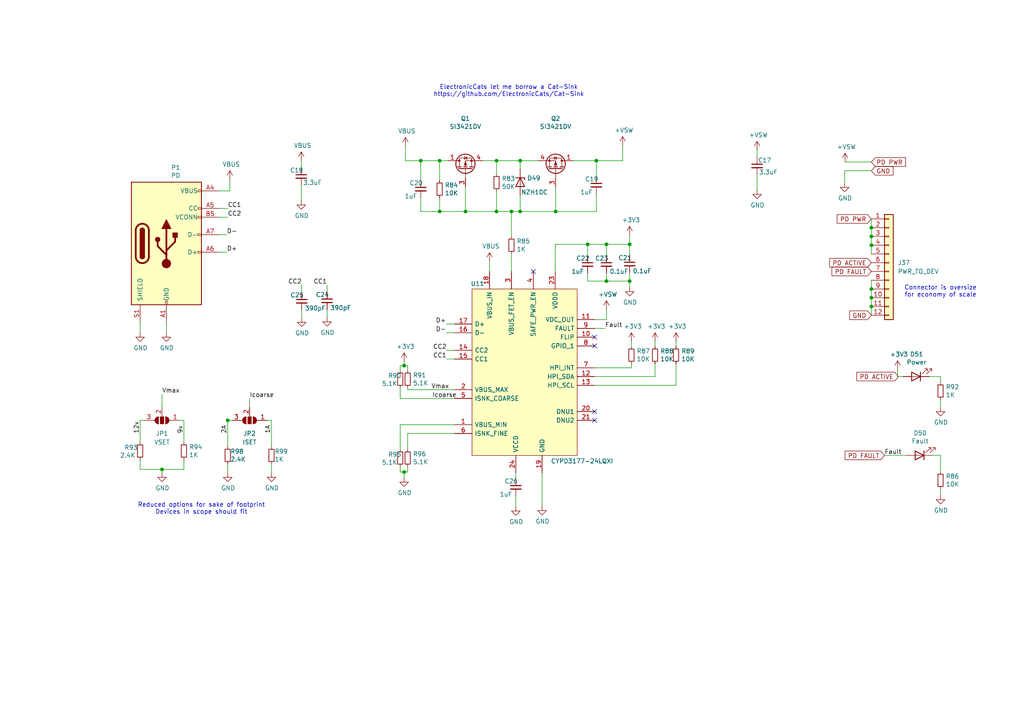
<source format=kicad_sch>
(kicad_sch (version 20231120) (generator "eeschema") (generator_version "8.0")
  (paper "A4")
  (title_block (title "Audio Thing Template") (rev "1.0") (company "velvia-fifty") (comment 1 "https://github.com/velvia-fifty/AudioThings") (comment 2 "You should have changed this already :)") (comment 4 "Stay humble"))
  (lib_symbols
    (symbol "CatSink-rescue:USB_C_Plug_USB2.0-Connector" (pin_names (offset 1.016))
      (property "Reference" "P" (at -10.16 19.05 0))
      (property "Value" "USB_C_Plug_USB2.0-Connector" (at 12.7 19.05 0))
      (symbol "USB_C_Plug_USB2.0-Connector_0_0"
        (rectangle (start -0.254 -17.78) (end 0.254 -16.764))
        (rectangle (start 10.16 -2.286) (end 9.144 -2.794))
        (rectangle (start 10.16 2.794) (end 9.144 2.286))
        (rectangle (start 10.16 7.874) (end 9.144 7.366))
        (rectangle (start 10.16 10.414) (end 9.144 9.906))
        (rectangle (start 10.16 15.494) (end 9.144 14.986))
      )
      (symbol "USB_C_Plug_USB2.0-Connector_0_1"
        (rectangle (start -10.16 17.78) (end 10.16 -17.78) (stroke (width 0.254)) (fill (type background)))
        (arc (start -8.89 -3.81) (mid -6.985 -5.7066) (end -5.08 -3.81) (stroke (width 0.508)))
        (arc (start -7.62 -3.81) (mid -6.985 -4.4422) (end -6.35 -3.81) (stroke (width 0.254)))
        (arc (start -7.62 -3.81) (mid -6.985 -4.4422) (end -6.35 -3.81) (stroke (width 0.254)) (fill (type outline)))
        (rectangle (start -7.62 -3.81) (end -6.35 3.81) (stroke (width 0.254)) (fill (type outline)))
        (arc (start -6.35 3.81) (mid -6.985 4.4422) (end -7.62 3.81) (stroke (width 0.254)))
        (arc (start -6.35 3.81) (mid -6.985 4.4422) (end -7.62 3.81) (stroke (width 0.254)) (fill (type outline)))
        (arc (start -5.08 3.81) (mid -6.985 5.7066) (end -8.89 3.81) (stroke (width 0.508)))
        (circle (center -2.54 1.143) (radius 0.635) (stroke (width 0.254)) (fill (type outline)))
        (circle (center 0 -5.842) (radius 1.27) (fill (type outline)))
        (polyline (pts (xy -8.89 -3.81) (xy -8.89 3.81)) (stroke (width 0.508)))
        (polyline (pts (xy -5.08 3.81) (xy -5.08 -3.81)) (stroke (width 0.508)))
        (polyline (pts (xy 0 -5.842) (xy 0 4.318)) (stroke (width 0.508)))
        (polyline (pts (xy 0 -3.302) (xy -2.54 -0.762) (xy -2.54 0.508)) (stroke (width 0.508)))
        (polyline (pts (xy 0 -2.032) (xy 2.54 0.508) (xy 2.54 1.778)) (stroke (width 0.508)))
        (polyline (pts (xy -1.27 4.318) (xy 0 6.858) (xy 1.27 4.318) (xy -1.27 4.318)) (stroke (width 0.254)) (fill (type outline)))
        (rectangle (start 1.905 1.778) (end 3.175 3.048) (stroke (width 0.254)) (fill (type outline)))
      )
      (symbol "USB_C_Plug_USB2.0-Connector_1_1"
        (pin power_in line (at 0 -22.86 90) (length 5.08) (name "GND") (number "A1"))
        (pin passive line (at 0 -22.86 90) (length 5.08) hide (name "GND") (number "A12"))
        (pin power_in line (at 15.24 15.24 180) (length 5.08) (name "VBUS") (number "A4"))
        (pin bidirectional line (at 15.24 10.16 180) (length 5.08) (name "CC") (number "A5"))
        (pin bidirectional line (at 15.24 -2.54 180) (length 5.08) (name "D+") (number "A6"))
        (pin bidirectional line (at 15.24 2.54 180) (length 5.08) (name "D-") (number "A7"))
        (pin passive line (at 15.24 15.24 180) (length 5.08) hide (name "VBUS") (number "A9"))
        (pin passive line (at 0 -22.86 90) (length 5.08) hide (name "GND") (number "B1"))
        (pin passive line (at 0 -22.86 90) (length 5.08) hide (name "GND") (number "B12"))
        (pin passive line (at 15.24 15.24 180) (length 5.08) hide (name "VBUS") (number "B4"))
        (pin bidirectional line (at 15.24 7.62 180) (length 5.08) (name "VCONN") (number "B5"))
        (pin passive line (at 15.24 15.24 180) (length 5.08) hide (name "VBUS") (number "B9"))
        (pin passive line (at -7.62 -22.86 90) (length 5.08) (name "SHIELD") (number "S1"))
      )
    )
    (symbol "Connector_Generic:Conn_01x12" (pin_names (offset 1.016) hide)
      (property "Reference" "J" (at 0 15.24 0))
      (property "Value" "Conn_01x12" (at 0 -17.78 0))
      (symbol "Conn_01x12_1_1"
        (rectangle (start -1.27 -15.113) (end 0 -15.367) (stroke (width 0.1524)))
        (rectangle (start -1.27 -12.573) (end 0 -12.827) (stroke (width 0.1524)))
        (rectangle (start -1.27 -10.033) (end 0 -10.287) (stroke (width 0.1524)))
        (rectangle (start -1.27 -7.493) (end 0 -7.747) (stroke (width 0.1524)))
        (rectangle (start -1.27 -4.953) (end 0 -5.207) (stroke (width 0.1524)))
        (rectangle (start -1.27 -2.413) (end 0 -2.667) (stroke (width 0.1524)))
        (rectangle (start -1.27 0.127) (end 0 -0.127) (stroke (width 0.1524)))
        (rectangle (start -1.27 2.667) (end 0 2.413) (stroke (width 0.1524)))
        (rectangle (start -1.27 5.207) (end 0 4.953) (stroke (width 0.1524)))
        (rectangle (start -1.27 7.747) (end 0 7.493) (stroke (width 0.1524)))
        (rectangle (start -1.27 10.287) (end 0 10.033) (stroke (width 0.1524)))
        (rectangle (start -1.27 12.827) (end 0 12.573) (stroke (width 0.1524)))
        (rectangle (start -1.27 13.97) (end 1.27 -16.51) (stroke (width 0.254)) (fill (type background)))
        (pin passive line (at -5.08 12.7 0) (length 3.81) (name "Pin_1") (number "1"))
        (pin passive line (at -5.08 -10.16 0) (length 3.81) (name "Pin_10") (number "10"))
        (pin passive line (at -5.08 -12.7 0) (length 3.81) (name "Pin_11") (number "11"))
        (pin passive line (at -5.08 -15.24 0) (length 3.81) (name "Pin_12") (number "12"))
        (pin passive line (at -5.08 10.16 0) (length 3.81) (name "Pin_2") (number "2"))
        (pin passive line (at -5.08 7.62 0) (length 3.81) (name "Pin_3") (number "3"))
        (pin passive line (at -5.08 5.08 0) (length 3.81) (name "Pin_4") (number "4"))
        (pin passive line (at -5.08 2.54 0) (length 3.81) (name "Pin_5") (number "5"))
        (pin passive line (at -5.08 0 0) (length 3.81) (name "Pin_6") (number "6"))
        (pin passive line (at -5.08 -2.54 0) (length 3.81) (name "Pin_7") (number "7"))
        (pin passive line (at -5.08 -5.08 0) (length 3.81) (name "Pin_8") (number "8"))
        (pin passive line (at -5.08 -7.62 0) (length 3.81) (name "Pin_9") (number "9"))
      )
    )
    (symbol "Device:C_Small" (pin_numbers hide) (pin_names (offset 0.254) hide)
      (property "Reference" "C" (at 0.254 1.778 0))
      (property "Value" "C_Small" (at 0.254 -2.032 0))
      (symbol "C_Small_0_1"
        (polyline (pts (xy -1.524 -0.508) (xy 1.524 -0.508)) (stroke (width 0.3302)))
        (polyline (pts (xy -1.524 0.508) (xy 1.524 0.508)) (stroke (width 0.3048)))
      )
      (symbol "C_Small_1_1"
        (pin passive line (at 0 2.54 270) (length 2.032) (name "~") (number "1"))
        (pin passive line (at 0 -2.54 90) (length 2.032) (name "~") (number "2"))
      )
    )
    (symbol "Device:D_Zener" (pin_numbers hide) (pin_names (offset 1.016) hide)
      (property "Reference" "D" (at 0 2.54 0))
      (property "Value" "D_Zener" (at 0 -2.54 0))
      (symbol "D_Zener_0_1"
        (polyline (pts (xy 1.27 0) (xy -1.27 0)))
        (polyline (pts (xy -1.27 -1.27) (xy -1.27 1.27) (xy -0.762 1.27)) (stroke (width 0.254)))
        (polyline (pts (xy 1.27 -1.27) (xy 1.27 1.27) (xy -1.27 0) (xy 1.27 -1.27)) (stroke (width 0.254)))
      )
      (symbol "D_Zener_1_1"
        (pin passive line (at -3.81 0 0) (length 2.54) (name "K") (number "1"))
        (pin passive line (at 3.81 0 180) (length 2.54) (name "A") (number "2"))
      )
    )
    (symbol "Device:LED" (pin_numbers hide) (pin_names (offset 1.016) hide)
      (property "Reference" "D" (at 0 2.54 0))
      (property "Value" "LED" (at 0 -2.54 0))
      (symbol "LED_0_1"
        (polyline (pts (xy -1.27 -1.27) (xy -1.27 1.27)) (stroke (width 0.254)))
        (polyline (pts (xy -1.27 0) (xy 1.27 0)))
        (polyline (pts (xy 1.27 -1.27) (xy 1.27 1.27) (xy -1.27 0) (xy 1.27 -1.27)) (stroke (width 0.254)))
        (polyline (pts (xy -3.048 -0.762) (xy -4.572 -2.286) (xy -3.81 -2.286) (xy -4.572 -2.286) (xy -4.572 -1.524)))
        (polyline (pts (xy -1.778 -0.762) (xy -3.302 -2.286) (xy -2.54 -2.286) (xy -3.302 -2.286) (xy -3.302 -1.524)))
      )
      (symbol "LED_1_1"
        (pin passive line (at -3.81 0 0) (length 2.54) (name "K") (number "1"))
        (pin passive line (at 3.81 0 180) (length 2.54) (name "A") (number "2"))
      )
    )
    (symbol "Device:R_Small" (pin_numbers hide) (pin_names (offset 0.254) hide)
      (property "Reference" "R" (at 0.762 0.508 0))
      (property "Value" "R_Small" (at 0.762 -1.016 0))
      (symbol "R_Small_0_1"
        (rectangle (start -0.762 1.778) (end 0.762 -1.778) (stroke (width 0.2032)))
      )
      (symbol "R_Small_1_1"
        (pin passive line (at 0 2.54 270) (length 0.762) (name "~") (number "1"))
        (pin passive line (at 0 -2.54 90) (length 0.762) (name "~") (number "2"))
      )
    )
    (symbol "Jumper:SolderJumper_3_Open" (pin_names (offset 0) hide) (exclude_from_sim yes) (in_bom no)
      (property "Reference" "JP" (at -2.54 -2.54 0))
      (property "Value" "SolderJumper_3_Open" (at 0 2.794 0))
      (symbol "SolderJumper_3_Open_0_1"
        (arc (start -1.016 1.016) (mid -2.0276 0) (end -1.016 -1.016))
        (arc (start -1.016 1.016) (mid -2.0276 0) (end -1.016 -1.016) (fill (type outline)))
        (rectangle (start -0.508 1.016) (end 0.508 -1.016) (fill (type outline)))
        (polyline (pts (xy -2.54 0) (xy -2.032 0)))
        (polyline (pts (xy -1.016 1.016) (xy -1.016 -1.016)))
        (polyline (pts (xy 0 -1.27) (xy 0 -1.016)))
        (polyline (pts (xy 1.016 1.016) (xy 1.016 -1.016)))
        (polyline (pts (xy 2.54 0) (xy 2.032 0)))
        (arc (start 1.016 -1.016) (mid 2.0276 0) (end 1.016 1.016))
        (arc (start 1.016 -1.016) (mid 2.0276 0) (end 1.016 1.016) (fill (type outline)))
      )
      (symbol "SolderJumper_3_Open_1_1"
        (pin passive line (at -5.08 0 0) (length 2.54) (name "A") (number "1"))
        (pin passive line (at 0 -3.81 90) (length 2.54) (name "C") (number "2"))
        (pin passive line (at 5.08 0 180) (length 2.54) (name "B") (number "3"))
      )
    )
    (symbol "catSink:CYPD3177-24LQXI" (pin_names (offset 0.762))
      (property "Reference" "U" (at 36.83 17.78 0))
      (property "Value" "CYPD3177-24LQXI" (at 36.83 15.24 0))
      (symbol "CYPD3177-24LQXI_0_0"
        (pin passive line (at 0 -26.67 0) (length 5.08) (name "VBUS_MIN") (number "1"))
        (pin passive line (at 40.64 -1.27 180) (length 5.08) (name "FLIP") (number "10"))
        (pin passive line (at 40.64 3.81 180) (length 5.08) (name "VDC_OUT") (number "11"))
        (pin passive line (at 40.64 -12.7 180) (length 5.08) (name "HPI_SDA") (number "12"))
        (pin passive line (at 40.64 -15.24 180) (length 5.08) (name "HPI_SCL") (number "13"))
        (pin passive line (at 0 -5.08 0) (length 5.08) (name "CC2") (number "14"))
        (pin passive line (at 0 -7.62 0) (length 5.08) (name "CC1") (number "15"))
        (pin passive line (at 0 0 0) (length 5.08) (name "D-") (number "16"))
        (pin passive line (at 0 2.54 0) (length 5.08) (name "D+") (number "17"))
        (pin passive line (at 10.16 17.78 270) (length 5.08) (name "VBUS_IN") (number "18"))
        (pin passive line (at 25.4 -40.64 90) (length 5.08) (name "GND") (number "19"))
        (pin passive line (at 0 -16.51 0) (length 5.08) (name "VBUS_MAX") (number "2"))
        (pin passive line (at 40.64 -22.86 180) (length 5.08) (name "DNU1") (number "20"))
        (pin passive line (at 40.64 -25.4 180) (length 5.08) (name "DNU2") (number "21"))
        (pin passive line (at 25.4 -40.64 90) (length 5.08) hide (name "GND_2") (number "22"))
        (pin passive line (at 29.21 17.78 270) (length 5.08) (name "VDDD") (number "23"))
        (pin passive line (at 17.78 -40.64 90) (length 5.08) (name "VCCD") (number "24"))
        (pin passive line (at 25.4 -40.64 90) (length 5.08) hide (name "EP") (number "25"))
        (pin passive line (at 16.51 17.78 270) (length 5.08) (name "VBUS_FET_EN") (number "3"))
        (pin passive line (at 22.86 17.78 270) (length 5.08) (name "SAFE_PWR_EN") (number "4"))
        (pin passive line (at 0 -19.05 0) (length 5.08) (name "ISNK_COARSE") (number "5"))
        (pin passive line (at 0 -29.21 0) (length 5.08) (name "ISNK_FINE") (number "6"))
        (pin passive line (at 40.64 -10.16 180) (length 5.08) (name "HPI_INT") (number "7"))
        (pin passive line (at 40.64 -3.81 180) (length 5.08) (name "GPIO_1") (number "8"))
        (pin passive line (at 40.64 1.27 180) (length 5.08) (name "FAULT") (number "9"))
      )
      (symbol "CYPD3177-24LQXI_0_1"
        (rectangle (start 5.08 12.7) (end 35.56 -35.56) (stroke (width 0.1524)) (fill (type background)))
      )
    )
    (symbol "catSink:SI3421DV" (pin_names (offset 0) hide)
      (property "Reference" "Q" (at 2.54 7.62 0))
      (property "Value" "SI3421DV" (at 1.27 2.54 0))
      (symbol "SI3421DV_0_1"
        (circle (center -1.778 0) (radius 0.254) (fill (type outline)))
        (circle (center 0 -0.889) (radius 2.794) (stroke (width 0.254)))
        (polyline (pts (xy -2.54 0) (xy -1.778 0)))
        (polyline (pts (xy -2.286 -1.778) (xy -1.27 -1.778)) (stroke (width 0.254)))
        (polyline (pts (xy -1.905 -2.286) (xy 1.905 -2.286)) (stroke (width 0.254)))
        (polyline (pts (xy -0.508 -1.778) (xy 0.508 -1.778)) (stroke (width 0.254)))
        (polyline (pts (xy 0 -2.286) (xy 0 -5.08)))
        (polyline (pts (xy 1.27 -1.778) (xy 2.286 -1.778)) (stroke (width 0.254)))
        (polyline (pts (xy 2.54 0) (xy 0 0) (xy 0 -1.778)))
        (polyline (pts (xy -1.778 -1.778) (xy -1.778 0.762) (xy 1.778 0.762) (xy 1.778 -1.778)))
        (polyline (pts (xy 0 -0.254) (xy -0.381 -1.27) (xy 0.381 -1.27) (xy 0 -0.254)) (fill (type outline)))
        (polyline (pts (xy 0.381 0.762) (xy -0.254 0.381) (xy -0.254 1.143) (xy 0.381 0.762)))
        (polyline (pts (xy 0.508 0.254) (xy 0.381 0.381) (xy 0.381 1.143) (xy 0.254 1.27)))
        (circle (center 1.778 0) (radius 0.254) (fill (type outline)))
      )
      (symbol "SI3421DV_1_1"
        (pin passive line (at -5.08 0 0) (length 2.54) (name "D") (number "1"))
        (pin passive line (at -5.08 0 0) (length 2.54) hide (name "D1") (number "2"))
        (pin input line (at 0 -7.62 90) (length 2.54) (name "G") (number "3"))
        (pin passive line (at 5.08 0 180) (length 2.54) (name "S") (number "4"))
        (pin passive line (at -5.08 0 0) (length 2.54) hide (name "D2") (number "5"))
        (pin passive line (at -5.08 0 0) (length 2.54) hide (name "D3") (number "6"))
      )
    )
    (symbol "power:+3.3V" (power) (pin_names (offset 0))
      (property "Value" "+3.3V" (at 0 3.556 0))
      (symbol "+3.3V_0_1"
        (polyline (pts (xy -0.762 1.27) (xy 0 2.54)))
        (polyline (pts (xy 0 0) (xy 0 2.54)))
        (polyline (pts (xy 0 2.54) (xy 0.762 1.27)))
      )
      (symbol "+3.3V_1_1"
        (pin power_in line (at 0 0 90) (length 0) hide (name "+3V3") (number "1"))
      )
    )
    (symbol "power:+VSW" (power) (pin_names (offset 0))
      (property "Value" "+VSW" (at 0 3.556 0))
      (symbol "+VSW_0_1"
        (polyline (pts (xy -0.762 1.27) (xy 0 2.54)))
        (polyline (pts (xy 0 0) (xy 0 2.54)))
        (polyline (pts (xy 0 2.54) (xy 0.762 1.27)))
      )
      (symbol "+VSW_1_1"
        (pin power_in line (at 0 0 90) (length 0) hide (name "+VSW") (number "1"))
      )
    )
    (symbol "power:GND" (power) (pin_names (offset 0))
      (property "Value" "GND" (at 0 -3.81 0))
      (symbol "GND_0_1"
        (polyline (pts (xy 0 0) (xy 0 -1.27) (xy 1.27 -1.27) (xy 0 -2.54) (xy -1.27 -1.27) (xy 0 -1.27)))
      )
      (symbol "GND_1_1"
        (pin power_in line (at 0 0 270) (length 0) hide (name "GND") (number "1"))
      )
    )
    (symbol "power:VBUS" (power) (pin_names (offset 0))
      (property "Value" "VBUS" (at 0 3.81 0))
      (symbol "VBUS_0_1"
        (polyline (pts (xy -0.762 1.27) (xy 0 2.54)))
        (polyline (pts (xy 0 0) (xy 0 2.54)))
        (polyline (pts (xy 0 2.54) (xy 0.762 1.27)))
      )
      (symbol "VBUS_1_1"
        (pin power_in line (at 0 0 90) (length 0) hide (name "VBUS") (number "1"))
      )
    )
  )
  (junction (at 46.99 136.144))
  (junction (at 252.73 68.58))
  (junction (at 150.876 61.341))
  (junction (at 66.04 121.92))
  (junction (at 127.508 46.609))
  (junction (at 117.221 106.045))
  (junction (at 144.018 46.609))
  (junction (at 117.221 136.906))
  (junction (at 150.876 46.609))
  (junction (at 170.434 70.866))
  (junction (at 127.508 61.341))
  (junction (at 175.895 81.534))
  (junction (at 122.047 46.609))
  (junction (at 252.73 66.04))
  (junction (at 252.73 83.82))
  (junction (at 252.73 71.12))
  (junction (at 172.974 46.609))
  (junction (at 161.163 61.341))
  (junction (at 135.001 61.341))
  (junction (at 252.73 88.9))
  (junction (at 252.73 86.36))
  (junction (at 182.626 81.534))
  (junction (at 175.895 70.866))
  (junction (at 182.626 70.866))
  (junction (at 144.018 61.341))
  (junction (at 148.336 61.341))
  (no_connect (at 154.686 78.74))
  (no_connect (at 172.466 121.92))
  (no_connect (at 172.466 100.33))
  (no_connect (at 172.466 97.79))
  (no_connect (at 172.466 119.38))
  (wire (pts (xy 252.73 66.04) (xy 252.73 68.58)))
  (wire (pts (xy 144.018 61.341) (xy 148.336 61.341)))
  (wire (pts (xy 131.826 123.19) (xy 116.078 123.19)))
  (wire (pts (xy 117.602 46.609) (xy 117.602 42.418)))
  (wire (pts (xy 252.73 88.9) (xy 252.73 91.44)))
  (wire (pts (xy 252.73 81.28) (xy 252.73 83.82)))
  (wire (pts (xy 182.626 70.866) (xy 182.626 74.041)))
  (wire (pts (xy 148.336 73.66) (xy 148.336 78.74)))
  (wire (pts (xy 175.895 74.168) (xy 175.895 70.866)))
  (wire (pts (xy 131.826 113.03) (xy 118.237 113.03)))
  (wire (pts (xy 40.64 136.144) (xy 40.64 133.35)))
  (wire (pts (xy 175.514 95.25) (xy 172.466 95.25)))
  (wire (pts (xy 170.434 81.534) (xy 175.895 81.534)))
  (wire (pts (xy 78.74 121.92) (xy 78.74 129.54)))
  (wire (pts (xy 252.73 68.58) (xy 252.73 71.12)))
  (wire (pts (xy 172.466 106.68) (xy 183.134 106.68)))
  (wire (pts (xy 144.018 55.499) (xy 144.018 61.341)))
  (wire (pts (xy 252.73 71.12) (xy 252.73 73.66)))
  (wire (pts (xy 87.376 53.721) (xy 87.376 58.166)))
  (wire (pts (xy 63.5 62.992) (xy 66.04 62.992)))
  (wire (pts (xy 140.081 46.609) (xy 144.018 46.609)))
  (wire (pts (xy 127.508 57.404) (xy 127.508 61.341)))
  (wire (pts (xy 118.237 106.045) (xy 117.221 106.045)))
  (wire (pts (xy 131.826 115.57) (xy 116.078 115.57)))
  (wire (pts (xy 116.078 135.382) (xy 116.078 136.906)))
  (wire (pts (xy 117.221 104.902) (xy 117.221 106.045)))
  (wire (pts (xy 149.606 146.939) (xy 149.606 143.891)))
  (wire (pts (xy 182.626 81.534) (xy 182.626 79.121)))
  (wire (pts (xy 256.54 132.08) (xy 262.89 132.08)))
  (wire (pts (xy 66.04 60.452) (xy 63.5 60.452)))
  (wire (pts (xy 53.34 121.92) (xy 52.07 121.92)))
  (wire (pts (xy 219.583 43.561) (xy 219.583 45.593)))
  (wire (pts (xy 46.99 137.16) (xy 46.99 136.144)))
  (wire (pts (xy 172.466 109.22) (xy 189.992 109.22)))
  (wire (pts (xy 66.04 121.92) (xy 66.04 129.54)))
  (wire (pts (xy 166.243 46.609) (xy 172.974 46.609)))
  (wire (pts (xy 260.35 109.22) (xy 260.35 107.188)))
  (wire (pts (xy 117.221 138.557) (xy 117.221 136.906)))
  (wire (pts (xy 127.508 46.609) (xy 129.921 46.609)))
  (wire (pts (xy 116.078 106.045) (xy 116.078 107.442)))
  (wire (pts (xy 144.018 50.419) (xy 144.018 46.609)))
  (wire (pts (xy 148.336 61.341) (xy 150.876 61.341)))
  (wire (pts (xy 66.04 121.92) (xy 67.31 121.92)))
  (wire (pts (xy 272.796 109.22) (xy 272.796 110.871)))
  (wire (pts (xy 78.74 137.16) (xy 78.74 134.62)))
  (wire (pts (xy 118.237 136.906) (xy 118.237 135.382)))
  (wire (pts (xy 122.047 46.609) (xy 127.508 46.609)))
  (wire (pts (xy 196.088 99.06) (xy 196.088 100.457)))
  (wire (pts (xy 172.974 46.609) (xy 180.594 46.609)))
  (wire (pts (xy 129.54 101.6) (xy 131.826 101.6)))
  (wire (pts (xy 129.413 96.52) (xy 131.826 96.52)))
  (wire (pts (xy 116.078 123.19) (xy 116.078 130.302)))
  (wire (pts (xy 244.983 49.53) (xy 252.73 49.53)))
  (wire (pts (xy 170.434 79.248) (xy 170.434 81.534)))
  (wire (pts (xy 117.221 106.045) (xy 116.078 106.045)))
  (wire (pts (xy 87.503 82.677) (xy 87.503 84.836)))
  (wire (pts (xy 122.047 52.324) (xy 122.047 46.609)))
  (wire (pts (xy 77.47 121.92) (xy 78.74 121.92)))
  (wire (pts (xy 252.73 86.36) (xy 252.73 88.9)))
  (wire (pts (xy 260.35 109.22) (xy 261.874 109.22)))
  (wire (pts (xy 172.974 61.341) (xy 161.163 61.341)))
  (wire (pts (xy 189.992 99.06) (xy 189.992 100.457)))
  (wire (pts (xy 135.001 61.341) (xy 144.018 61.341)))
  (wire (pts (xy 150.876 56.642) (xy 150.876 61.341)))
  (wire (pts (xy 182.626 83.312) (xy 182.626 81.534)))
  (wire (pts (xy 87.376 46.609) (xy 87.376 48.641)))
  (wire (pts (xy 149.606 138.811) (xy 149.606 137.16)))
  (wire (pts (xy 172.466 92.71) (xy 175.895 92.71)))
  (wire (pts (xy 66.675 55.372) (xy 63.5 55.372)))
  (wire (pts (xy 117.602 46.609) (xy 122.047 46.609)))
  (wire (pts (xy 66.04 134.62) (xy 66.04 137.16)))
  (wire (pts (xy 65.786 73.152) (xy 63.5 73.152)))
  (wire (pts (xy 172.974 51.181) (xy 172.974 46.609)))
  (wire (pts (xy 87.503 92.202) (xy 87.503 89.916)))
  (wire (pts (xy 161.036 78.74) (xy 161.036 70.866)))
  (wire (pts (xy 183.134 99.06) (xy 183.134 100.457)))
  (wire (pts (xy 116.078 136.906) (xy 117.221 136.906)))
  (wire (pts (xy 180.594 42.164) (xy 180.594 46.609)))
  (wire (pts (xy 127.508 52.324) (xy 127.508 46.609)))
  (wire (pts (xy 40.64 96.52) (xy 40.64 93.472)))
  (wire (pts (xy 118.237 113.03) (xy 118.237 112.522)))
  (wire (pts (xy 118.237 107.442) (xy 118.237 106.045)))
  (wire (pts (xy 272.796 136.779) (xy 272.796 132.08)))
  (wire (pts (xy 269.494 109.22) (xy 272.796 109.22)))
  (wire (pts (xy 135.001 54.229) (xy 135.001 61.341)))
  (wire (pts (xy 272.796 115.951) (xy 272.796 118.11)))
  (wire (pts (xy 53.34 121.92) (xy 53.34 128.27)))
  (wire (pts (xy 244.983 53.086) (xy 244.983 49.53)))
  (wire (pts (xy 175.895 81.534) (xy 182.626 81.534)))
  (wire (pts (xy 40.64 121.92) (xy 41.91 121.92)))
  (wire (pts (xy 48.26 96.52) (xy 48.26 93.472)))
  (wire (pts (xy 53.34 136.144) (xy 53.34 133.35)))
  (wire (pts (xy 219.583 50.673) (xy 219.583 55.118)))
  (wire (pts (xy 131.826 93.98) (xy 129.413 93.98)))
  (wire (pts (xy 122.047 61.341) (xy 127.508 61.341)))
  (wire (pts (xy 252.73 83.82) (xy 252.73 86.36)))
  (wire (pts (xy 141.986 75.819) (xy 141.986 78.74)))
  (wire (pts (xy 118.237 125.73) (xy 131.826 125.73)))
  (wire (pts (xy 116.078 115.57) (xy 116.078 112.522)))
  (wire (pts (xy 272.796 132.08) (xy 270.51 132.08)))
  (wire (pts (xy 252.73 46.99) (xy 245.11 46.99)))
  (wire (pts (xy 196.088 111.76) (xy 172.466 111.76)))
  (wire (pts (xy 40.64 121.92) (xy 40.64 128.27)))
  (wire (pts (xy 127.508 61.341) (xy 135.001 61.341)))
  (wire (pts (xy 189.992 109.22) (xy 189.992 105.537)))
  (wire (pts (xy 252.73 63.5) (xy 252.73 66.04)))
  (wire (pts (xy 183.134 106.68) (xy 183.134 105.537)))
  (wire (pts (xy 182.626 68.199) (xy 182.626 70.866)))
  (wire (pts (xy 150.876 49.022) (xy 150.876 46.609)))
  (wire (pts (xy 122.047 57.404) (xy 122.047 61.341)))
  (wire (pts (xy 175.895 92.71) (xy 175.895 89.789)))
  (wire (pts (xy 161.163 61.341) (xy 161.163 54.229)))
  (wire (pts (xy 272.796 141.859) (xy 272.796 143.637)))
  (wire (pts (xy 40.64 136.144) (xy 46.99 136.144)))
  (wire (pts (xy 157.226 137.16) (xy 157.226 146.812)))
  (wire (pts (xy 175.895 70.866) (xy 182.626 70.866)))
  (wire (pts (xy 170.434 74.168) (xy 170.434 70.866)))
  (wire (pts (xy 172.974 56.261) (xy 172.974 61.341)))
  (wire (pts (xy 117.221 136.906) (xy 118.237 136.906)))
  (wire (pts (xy 66.04 121.793) (xy 66.04 121.92)))
  (wire (pts (xy 66.675 52.07) (xy 66.675 55.372)))
  (wire (pts (xy 161.036 70.866) (xy 170.434 70.866)))
  (wire (pts (xy 72.39 115.57) (xy 72.39 118.11)))
  (wire (pts (xy 46.99 114.3) (xy 46.99 118.11)))
  (wire (pts (xy 150.876 46.609) (xy 156.083 46.609)))
  (wire (pts (xy 65.786 68.072) (xy 63.5 68.072)))
  (wire (pts (xy 94.869 92.075) (xy 94.869 89.789)))
  (wire (pts (xy 118.237 130.302) (xy 118.237 125.73)))
  (wire (pts (xy 144.018 46.609) (xy 150.876 46.609)))
  (wire (pts (xy 46.99 136.144) (xy 53.34 136.144)))
  (wire (pts (xy 94.869 82.677) (xy 94.869 84.709)))
  (wire (pts (xy 150.876 61.341) (xy 161.163 61.341)))
  (wire (pts (xy 175.895 79.248) (xy 175.895 81.534)))
  (wire (pts (xy 196.088 105.537) (xy 196.088 111.76)))
  (wire (pts (xy 131.826 104.14) (xy 129.54 104.14)))
  (wire (pts (xy 170.434 70.866) (xy 175.895 70.866)))
  (wire (pts (xy 148.336 61.341) (xy 148.336 68.58)))
  (text "ElectronicCats let me borrow a Cat-Sink\nhttps://github.com/ElectronicCats/Cat-Sink" (at 147.574 26.416 0) (effects (font (size 1.27 1.27))))
  (text "Reduced options for sake of footprint\nDevices in scope should fit" (at 58.42 147.574 0) (effects (font (size 1.27 1.27))))
  (text "Connector is oversize\nfor economy of scale" (at 272.796 84.582 0) (effects (font (size 1.27 1.27))))
  (label "2A" (at 66.04 125.73 90))
  (label "D+" (at 129.413 93.98 180))
  (label "D+" (at 65.786 73.152 0))
  (label "9v" (at 53.34 125.73 90))
  (label "Fault" (at 175.514 95.25 0))
  (label "Icoarse" (at 125.349 115.57 0))
  (label "Icoarse" (at 72.39 115.57 0))
  (label "Fault" (at 256.54 132.08 0))
  (label "12v" (at 40.64 125.73 90))
  (label "CC1" (at 94.869 82.677 180))
  (label "CC2" (at 66.04 62.992 0))
  (label "Vmax" (at 125.095 113.03 0))
  (label "D-" (at 129.413 96.52 180))
  (label "Vmax" (at 46.99 114.3 0))
  (label "CC2" (at 129.54 101.6 180))
  (label "CC1" (at 66.04 60.452 0))
  (label "CC1" (at 129.54 104.14 180))
  (label "1A" (at 78.74 125.73 90))
  (label "D-" (at 65.786 68.072 0))
  (label "CC2" (at 87.503 82.677 180))
  (global_label "PD PWR" (shape input) (at 252.73 46.99 0) (property "Intersheetrefs" "${INTERSHEET_REFS}" (effects (hide yes))))
  (global_label "PD PWR" (shape input) (at 252.73 63.5 180) (property "Intersheetrefs" "${INTERSHEET_REFS}" (effects (hide yes))))
  (global_label "PD FAULT" (shape input) (at 256.54 132.08 180) (property "Intersheetrefs" "${INTERSHEET_REFS}" (effects (hide yes))))
  (global_label "PD ACTIVE" (shape input) (at 252.73 76.2 180) (property "Intersheetrefs" "${INTERSHEET_REFS}" (effects (hide yes))))
  (global_label "PD ACTIVE" (shape input) (at 260.604 109.22 180) (property "Intersheetrefs" "${INTERSHEET_REFS}" (effects (hide yes))))
  (global_label "GND" (shape input) (at 252.73 49.53 0) (property "Intersheetrefs" "${INTERSHEET_REFS}" (effects (hide yes))))
  (global_label "GND" (shape input) (at 252.73 91.44 180) (property "Intersheetrefs" "${INTERSHEET_REFS}" (effects (hide yes))))
  (global_label "PD FAULT" (shape input) (at 252.73 78.74 180) (property "Intersheetrefs" "${INTERSHEET_REFS}" (effects (hide yes))))
  (symbol (lib_id "power:GND") (at 40.64 96.52 0) (unit 1)
    (property "Reference" "#PWR016" (effects (hide yes)))
    (property "Value" "GND" (at 40.767 100.9142 0))
  )
  (symbol (lib_id "Device:R_Small") (at 196.088 102.997 0) (unit 1)
    (property "Reference" "R89" (at 197.5866 101.8286 0) (effects (justify left)))
    (property "Value" "10K" (at 197.5866 104.14 0) (effects (justify left)))
    (property "Footprint" "Resistor_SMD:R_0603_1608Metric" (effects (hide yes)))
    (property "lcsc" "C99198" (effects (hide yes)))
  )
  (symbol (lib_id "power:+3.3V") (at 117.221 104.902 0) (unit 1)
    (property "Reference" "#PWR025" (effects (hide yes)))
    (property "Value" "+3V3" (at 117.602 100.5078 0))
  )
  (symbol (lib_id "Device:LED") (at 265.684 109.22 180) (unit 1)
    (property "Reference" "D51" (at 265.8618 102.743 0))
    (property "Value" "Power" (at 265.8618 105.0544 0))
    (property "Footprint" "LED_SMD:LED_0603_1608Metric" (effects (hide yes)))
    (property "lcsc" "C118330" (effects (hide yes)))
  )
  (symbol (lib_id "Connector_Generic:Conn_01x12") (at 257.81 76.2 0) (unit 1)
    (property "Reference" "J37" (at 260.35 76.1999 0) (effects (justify left)))
    (property "Value" "PWR_TO_DEV" (at 260.35 78.7399 0) (effects (justify left)))
    (property "Footprint" "AT-Footprints:JST_SHL 12pin w pads" (effects (hide yes)))
    (property "Description" "Generic connector, single row, 01x12, script generated (kicad-library-utils/schlib/autogen/connector/)" (effects (hide yes)))
  )
  (symbol (lib_id "power:+VSW") (at 175.895 89.789 0) (unit 1)
    (property "Reference" "#PWR013" (effects (hide yes)))
    (property "Value" "+VSW" (at 176.276 85.3948 0))
  )
  (symbol (lib_id "power:VBUS") (at 117.602 42.418 0) (unit 1)
    (property "Reference" "#PWR02" (effects (hide yes)))
    (property "Value" "VBUS" (at 117.983 38.0238 0))
  )
  (symbol (lib_id "power:GND") (at 94.869 92.075 0) (unit 1)
    (property "Reference" "#PWR014" (effects (hide yes)))
    (property "Value" "GND" (at 94.996 96.4692 0))
  )
  (symbol (lib_id "power:GND") (at 157.226 146.812 0) (unit 1)
    (property "Reference" "#PWR036" (effects (hide yes)))
    (property "Value" "GND" (at 157.353 151.2062 0))
  )
  (symbol (lib_id "Device:C_Small") (at 122.047 54.864 0) (unit 1)
    (property "Reference" "C20" (at 118.745 53.086 0) (effects (justify left)))
    (property "Value" "1uF" (at 117.348 56.896 0) (effects (justify left)))
    (property "Footprint" "Capacitor_SMD:C_0603_1608Metric" (effects (hide yes)))
    (property "lcsc" "C26413" (effects (hide yes)))
  )
  (symbol (lib_id "Device:R_Small") (at 127.508 54.864 0) (unit 1)
    (property "Reference" "R84" (at 129.0066 53.6956 0) (effects (justify left)))
    (property "Value" "10K" (at 129.0066 56.007 0) (effects (justify left)))
    (property "Footprint" "Resistor_SMD:R_0603_1608Metric" (effects (hide yes)))
    (property "lcsc" "C99198" (effects (hide yes)))
  )
  (symbol (lib_id "Device:R_Small") (at 272.796 113.411 0) (unit 1)
    (property "Reference" "R92" (at 274.2946 112.2426 0) (effects (justify left)))
    (property "Value" "1K" (at 274.2946 114.554 0) (effects (justify left)))
    (property "Footprint" "Resistor_SMD:R_0603_1608Metric" (effects (hide yes)))
    (property "lcsc" "C115325" (effects (hide yes)))
  )
  (symbol (lib_id "power:+VSW") (at 180.594 42.164 0) (unit 1)
    (property "Reference" "#PWR01" (effects (hide yes)))
    (property "Value" "+VSW" (at 180.975 37.7698 0))
  )
  (symbol (lib_id "Device:C_Small") (at 172.974 53.721 0) (unit 1)
    (property "Reference" "C19" (at 169.672 51.943 0) (effects (justify left)))
    (property "Value" "1uF" (at 168.275 55.753 0) (effects (justify left)))
    (property "Footprint" "Capacitor_SMD:C_0603_1608Metric" (effects (hide yes)))
    (property "lcsc" "C26413" (effects (hide yes)))
  )
  (symbol (lib_id "power:GND") (at 182.626 83.312 0) (unit 1)
    (property "Reference" "#PWR012" (effects (hide yes)))
    (property "Value" "GND" (at 182.753 87.7062 0))
  )
  (symbol (lib_id "power:VBUS") (at 87.376 46.609 0) (unit 1)
    (property "Reference" "#PWR05" (effects (hide yes)))
    (property "Value" "VBUS" (at 87.757 42.2148 0))
  )
  (symbol (lib_id "power:VBUS") (at 66.675 52.07 0) (unit 1)
    (property "Reference" "#PWR06" (effects (hide yes)))
    (property "Value" "VBUS" (at 67.056 47.6758 0))
  )
  (symbol (lib_id "Jumper:SolderJumper_3_Open") (at 46.99 121.92 180) (unit 1) (exclude_from_sim yes) (in_bom no)
    (property "Reference" "JP1" (at 46.99 125.73 0))
    (property "Value" "VSET" (at 46.99 128.27 0))
    (property "Footprint" "Jumper:SolderJumper-3_P2.0mm_Open_TrianglePad1.0x1.5mm_NumberLabels" (effects (hide yes)))
    (property "Description" "Solder Jumper, 3-pole, open" (effects (hide yes)))
  )
  (symbol (lib_id "power:+3.3V") (at 260.35 107.188 0) (unit 1)
    (property "Reference" "#PWR027" (effects (hide yes)))
    (property "Value" "+3V3" (at 260.731 102.7938 0))
  )
  (symbol (lib_id "Device:R_Small") (at 53.34 130.81 0) (unit 1)
    (property "Reference" "R94" (at 54.8386 129.6416 0) (effects (justify left)))
    (property "Value" "1K" (at 54.8386 131.953 0) (effects (justify left)))
    (property "Footprint" "Resistor_SMD:R_0603_1608Metric" (effects (hide yes)))
    (property "lcsc" "C115325" (effects (hide yes)))
  )
  (symbol (lib_id "power:+VSW") (at 219.583 43.561 0) (unit 1)
    (property "Reference" "#PWR04" (effects (hide yes)))
    (property "Value" "+VSW" (at 219.964 39.1668 0))
  )
  (symbol (lib_id "Device:R_Small") (at 183.134 102.997 0) (unit 1)
    (property "Reference" "R87" (at 184.6326 101.8286 0) (effects (justify left)))
    (property "Value" "10K" (at 184.6326 104.14 0) (effects (justify left)))
    (property "Footprint" "Resistor_SMD:R_0603_1608Metric" (effects (hide yes)))
    (property "lcsc" "C99198" (effects (hide yes)))
  )
  (symbol (lib_id "Device:R_Small") (at 144.018 52.959 0) (unit 1)
    (property "Reference" "R83" (at 145.5166 51.7906 0) (effects (justify left)))
    (property "Value" "50K" (at 145.5166 54.102 0) (effects (justify left)))
    (property "Footprint" "Resistor_SMD:R_0603_1608Metric" (effects (hide yes)))
    (property "lcsc" "C304067" (effects (hide yes)))
  )
  (symbol (lib_id "Device:R_Small") (at 118.237 109.982 0) (unit 1)
    (property "Reference" "R91" (at 119.7356 108.8136 0) (effects (justify left)))
    (property "Value" "5.1K" (at 119.7356 111.125 0) (effects (justify left)))
    (property "Footprint" "Resistor_SMD:R_0603_1608Metric" (effects (hide yes)))
    (property "lcsc" "C131715" (effects (hide yes)))
  )
  (symbol (lib_id "power:VBUS") (at 141.986 75.819 0) (unit 1)
    (property "Reference" "#PWR011" (effects (hide yes)))
    (property "Value" "VBUS" (at 142.367 71.4248 0))
  )
  (symbol (lib_id "power:GND") (at 219.583 55.118 0) (unit 1)
    (property "Reference" "#PWR08" (effects (hide yes)))
    (property "Value" "GND" (at 219.71 59.5122 0))
  )
  (symbol (lib_id "Jumper:SolderJumper_3_Open") (at 72.39 121.92 180) (unit 1) (exclude_from_sim yes) (in_bom no)
    (property "Reference" "JP2" (at 72.39 125.73 0))
    (property "Value" "ISET" (at 72.39 128.27 0))
    (property "Footprint" "Jumper:SolderJumper-3_P2.0mm_Open_TrianglePad1.0x1.5mm_NumberLabels" (effects (hide yes)))
    (property "Description" "Solder Jumper, 3-pole, open" (effects (hide yes)))
  )
  (symbol (lib_id "Device:R_Small") (at 189.992 102.997 0) (unit 1)
    (property "Reference" "R88" (at 191.4906 101.8286 0) (effects (justify left)))
    (property "Value" "10K" (at 191.4906 104.14 0) (effects (justify left)))
    (property "Footprint" "Resistor_SMD:R_0603_1608Metric" (effects (hide yes)))
    (property "lcsc" "C99198" (effects (hide yes)))
  )
  (symbol (lib_id "power:GND") (at 48.26 96.52 0) (unit 1)
    (property "Reference" "#PWR017" (effects (hide yes)))
    (property "Value" "GND" (at 48.387 100.9142 0))
  )
  (symbol (lib_id "Device:R_Small") (at 116.078 109.982 0) (unit 1)
    (property "Reference" "R90" (at 112.522 108.966 0) (effects (justify left)))
    (property "Value" "5.1K" (at 110.744 111.252 0) (effects (justify left)))
    (property "Footprint" "Resistor_SMD:R_0603_1608Metric" (effects (hide yes)))
    (property "lcsc" "C131715" (effects (hide yes)))
  )
  (symbol (lib_id "power:GND") (at 272.796 143.637 0) (unit 1)
    (property "Reference" "#PWR026" (effects (hide yes)))
    (property "Value" "GND" (at 272.923 148.0312 0))
  )
  (symbol (lib_id "Device:R_Small") (at 40.64 130.81 0) (unit 1)
    (property "Reference" "R93" (at 36.068 129.794 0) (effects (justify left)))
    (property "Value" "2.4K" (at 34.798 132.08 0) (effects (justify left)))
    (property "Footprint" "Resistor_SMD:R_0603_1608Metric" (effects (hide yes)))
    (property "lcsc" "C98728" (effects (hide yes)))
  )
  (symbol (lib_id "catSink:SI3421DV") (at 135.001 46.609 0) (unit 1)
    (property "Reference" "Q1" (at 135.001 34.3916 0))
    (property "Value" "SI3421DV" (at 135.001 36.703 0))
    (property "Footprint" "Package_TO_SOT_SMD:SOT-23-6" (effects (hide yes)))
    (property "Datasheet" "https://www.mouser.mx/datasheet/2/427/si3421dv-1764435.pdf" (effects (hide yes)))
    (property "manf#" "SI3421DV-T1-GE3" (effects (hide yes)))
    (property "lcsc" "C144884" (effects (hide yes)))
  )
  (symbol (lib_id "Device:R_Small") (at 118.237 132.842 0) (unit 1)
    (property "Reference" "R96" (at 119.7356 131.6736 0) (effects (justify left)))
    (property "Value" "5.1K" (at 119.7356 133.985 0) (effects (justify left)))
    (property "Footprint" "Resistor_SMD:R_0603_1608Metric" (effects (hide yes)))
    (property "lcsc" "C131715" (effects (hide yes)))
  )
  (symbol (lib_id "Device:C_Small") (at 219.583 48.133 0) (unit 1)
    (property "Reference" "C17" (at 219.837 46.482 0) (effects (justify left)))
    (property "Value" "3.3uF" (at 220.091 49.911 0) (effects (justify left)))
    (property "Footprint" "Capacitor_SMD:C_1206_3216Metric" (effects (hide yes)))
    (property "lcsc" "C76663" (effects (hide yes)))
  )
  (symbol (lib_id "power:GND") (at 272.796 118.11 0) (unit 1)
    (property "Reference" "#PWR028" (effects (hide yes)))
    (property "Value" "GND" (at 272.923 122.5042 0))
  )
  (symbol (lib_id "power:+3.3V") (at 183.134 99.06 0) (unit 1)
    (property "Reference" "#PWR018" (effects (hide yes)))
    (property "Value" "+3V3" (at 183.515 94.6658 0))
  )
  (symbol (lib_id "power:GND") (at 87.376 58.166 0) (unit 1)
    (property "Reference" "#PWR09" (effects (hide yes)))
    (property "Value" "GND" (at 87.503 62.5602 0))
  )
  (symbol (lib_id "Device:R_Small") (at 272.796 139.319 0) (unit 1)
    (property "Reference" "R86" (at 274.2946 138.1506 0) (effects (justify left)))
    (property "Value" "10K" (at 274.2946 140.462 0) (effects (justify left)))
    (property "Footprint" "Resistor_SMD:R_0603_1608Metric" (effects (hide yes)))
    (property "lcsc" "C99198" (effects (hide yes)))
  )
  (symbol (lib_id "Device:C_Small") (at 149.606 141.351 0) (unit 1)
    (property "Reference" "C26" (at 146.304 139.573 0) (effects (justify left)))
    (property "Value" "1uF" (at 144.907 143.383 0) (effects (justify left)))
    (property "Footprint" "Capacitor_SMD:C_0603_1608Metric" (effects (hide yes)))
    (property "lcsc" "C26413" (effects (hide yes)))
  )
  (symbol (lib_id "Device:C_Small") (at 182.626 76.581 0) (unit 1)
    (property "Reference" "C21" (at 179.324 74.803 0) (effects (justify left)))
    (property "Value" "0.1uF" (at 183.515 78.613 0) (effects (justify left)))
    (property "Footprint" "Capacitor_SMD:C_0603_1608Metric" (effects (hide yes)))
    (property "lcsc" "C149620" (effects (hide yes)))
  )
  (symbol (lib_id "Device:C_Small") (at 87.503 87.376 0) (unit 1)
    (property "Reference" "C25" (at 84.201 85.598 0) (effects (justify left)))
    (property "Value" "390pF" (at 88.392 89.408 0) (effects (justify left)))
    (property "Footprint" "Capacitor_SMD:C_0603_1608Metric" (effects (hide yes)))
    (property "lcsc" "C376830" (effects (hide yes)))
  )
  (symbol (lib_id "power:GND") (at 66.04 137.16 0) (unit 1)
    (property "Reference" "#PWR032" (effects (hide yes)))
    (property "Value" "GND" (at 66.167 141.5542 0))
  )
  (symbol (lib_id "Device:C_Small") (at 175.895 76.708 0) (unit 1)
    (property "Reference" "C23" (at 172.593 74.93 0) (effects (justify left)))
    (property "Value" "0.1uF" (at 176.784 78.74 0) (effects (justify left)))
    (property "Footprint" "Capacitor_SMD:C_0603_1608Metric" (effects (hide yes)))
    (property "lcsc" "C149620" (effects (hide yes)))
  )
  (symbol (lib_id "CatSink-rescue:USB_C_Plug_USB2.0-Connector") (at 48.26 70.612 0) (unit 1)
    (property "Reference" "P1" (at 50.9778 48.5902 0))
    (property "Value" "PD" (at 50.9778 50.9016 0))
    (property "Footprint" "AT-Footprints:GCT_USB4115-03-C_REVB4" (effects (hide yes)))
    (property "Datasheet" "https://www.usb.org/sites/default/files/documents/usb_type-c.zip" (effects (hide yes)))
    (property "lcsc" "C393939" (effects (hide yes)))
  )
  (symbol (lib_id "power:GND") (at 87.503 92.202 0) (unit 1)
    (property "Reference" "#PWR015" (effects (hide yes)))
    (property "Value" "GND" (at 87.63 96.5962 0))
  )
  (symbol (lib_id "power:GND") (at 244.983 53.086 0) (unit 1)
    (property "Reference" "#PWR07" (effects (hide yes)))
    (property "Value" "GND" (at 245.11 57.4802 0))
  )
  (symbol (lib_id "power:GND") (at 46.99 137.16 0) (unit 1)
    (property "Reference" "#PWR029" (effects (hide yes)))
    (property "Value" "GND" (at 47.117 141.5542 0))
  )
  (symbol (lib_id "power:+VSW") (at 245.11 46.99 0) (unit 1)
    (property "Reference" "#PWR03" (effects (hide yes)))
    (property "Value" "+VSW" (at 245.491 42.5958 0))
  )
  (symbol (lib_id "power:+3.3V") (at 196.088 99.06 0) (unit 1)
    (property "Reference" "#PWR020" (effects (hide yes)))
    (property "Value" "+3V3" (at 196.469 94.6658 0))
  )
  (symbol (lib_id "power:GND") (at 149.606 146.939 0) (unit 1)
    (property "Reference" "#PWR037" (effects (hide yes)))
    (property "Value" "GND" (at 149.733 151.3332 0))
  )
  (symbol (lib_id "Device:C_Small") (at 87.376 51.181 0) (unit 1)
    (property "Reference" "C18" (at 84.074 49.403 0) (effects (justify left)))
    (property "Value" "3.3uF" (at 87.884 52.959 0) (effects (justify left)))
    (property "Footprint" "Capacitor_SMD:C_1206_3216Metric" (effects (hide yes)))
    (property "lcsc" "C76663" (effects (hide yes)))
  )
  (symbol (lib_id "catSink:CYPD3177-24LQXI") (at 131.826 96.52 0) (unit 1)
    (property "Reference" "U11" (at 136.525 82.296 0) (effects (justify left)))
    (property "Value" "CYPD3177-24LQXI" (at 159.766 133.731 0) (effects (justify left)))
    (property "Footprint" "Package_DFN_QFN:QFN-24-1EP_4x4mm_P0.5mm_EP2.7x2.7mm" (effects (hide yes)))
    (property "Datasheet" "https://www.cypress.com/file/460416/download" (effects (hide yes)))
    (property "manf#" "CYPD3177-24LQXQ" (effects (hide yes)))
  )
  (symbol (lib_id "power:+3.3V") (at 182.626 68.199 0) (unit 1)
    (property "Reference" "#PWR010" (effects (hide yes)))
    (property "Value" "+3V3" (at 183.007 63.8048 0))
  )
  (symbol (lib_id "Device:C_Small") (at 170.434 76.708 0) (unit 1)
    (property "Reference" "C22" (at 167.132 74.93 0) (effects (justify left)))
    (property "Value" "1uF" (at 165.735 78.74 0) (effects (justify left)))
    (property "Footprint" "Capacitor_SMD:C_0603_1608Metric" (effects (hide yes)))
    (property "lcsc" "C26413" (effects (hide yes)))
  )
  (symbol (lib_id "Device:D_Zener") (at 150.876 52.832 270) (unit 1)
    (property "Reference" "D49" (at 152.8826 51.6636 90) (effects (justify left)))
    (property "Value" "NZH10C" (at 151.13 55.753 90) (effects (justify left)))
    (property "Footprint" "Diode_SMD:D_SOD-123F" (effects (hide yes)))
    (property "manf#" "NZH10C,115" (effects (hide yes)))
    (property "lcsc" "C551630" (effects (hide yes)))
  )
  (symbol (lib_id "Device:R_Small") (at 66.04 132.08 0) (unit 1)
    (property "Reference" "R98" (at 66.802 130.937 0) (effects (justify left)))
    (property "Value" "2.4K" (at 66.802 133.223 0) (effects (justify left)))
    (property "Footprint" "Resistor_SMD:R_0603_1608Metric" (effects (hide yes)))
    (property "lcsc" "C98728" (effects (hide yes)))
  )
  (symbol (lib_id "Device:R_Small") (at 116.078 132.842 0) (unit 1)
    (property "Reference" "R95" (at 112.522 131.826 0) (effects (justify left)))
    (property "Value" "5.1K" (at 110.744 134.112 0) (effects (justify left)))
    (property "Footprint" "Resistor_SMD:R_0603_1608Metric" (effects (hide yes)))
    (property "lcsc" "C131715" (effects (hide yes)))
  )
  (symbol (lib_id "power:GND") (at 117.221 138.557 0) (unit 1)
    (property "Reference" "#PWR030" (effects (hide yes)))
    (property "Value" "GND" (at 117.348 142.9512 0))
  )
  (symbol (lib_id "power:+3.3V") (at 189.992 99.06 0) (unit 1)
    (property "Reference" "#PWR019" (effects (hide yes)))
    (property "Value" "+3V3" (at 190.373 94.6658 0))
  )
  (symbol (lib_id "Device:R_Small") (at 78.74 132.08 0) (unit 1)
    (property "Reference" "R99" (at 79.629 130.937 0) (effects (justify left)))
    (property "Value" "1K" (at 79.629 133.223 0) (effects (justify left)))
    (property "Footprint" "Resistor_SMD:R_0603_1608Metric" (effects (hide yes)))
    (property "lcsc" "C115325" (effects (hide yes)))
  )
  (symbol (lib_id "catSink:SI3421DV") (at 161.163 46.609 0) (mirror y) (unit 1)
    (property "Reference" "Q2" (at 161.163 34.3916 0))
    (property "Value" "SI3421DV" (at 161.163 36.703 0))
    (property "Footprint" "Package_TO_SOT_SMD:SOT-23-6" (effects (hide yes)))
    (property "Datasheet" "https://www.mouser.mx/datasheet/2/427/si3421dv-1764435.pdf" (effects (hide yes)))
    (property "manf#" "SI3421DV-T1-GE3" (effects (hide yes)))
    (property "lcsc" "C144884" (effects (hide yes)))
  )
  (symbol (lib_id "power:GND") (at 78.74 137.16 0) (unit 1)
    (property "Reference" "#PWR031" (effects (hide yes)))
    (property "Value" "GND" (at 78.867 141.5542 0))
  )
  (symbol (lib_id "Device:C_Small") (at 94.869 87.249 0) (unit 1)
    (property "Reference" "C24" (at 91.567 85.471 0) (effects (justify left)))
    (property "Value" "390pF" (at 95.758 89.281 0) (effects (justify left)))
    (property "Footprint" "Capacitor_SMD:C_0603_1608Metric" (effects (hide yes)))
    (property "lcsc" "C376830" (effects (hide yes)))
  )
  (symbol (lib_id "Device:LED") (at 266.7 132.08 180) (unit 1)
    (property "Reference" "D50" (at 266.8778 125.603 0))
    (property "Value" "Fault" (at 266.8778 127.9144 0))
    (property "Footprint" "LED_SMD:LED_0603_1608Metric" (effects (hide yes)))
    (property "lcsc" "C84268" (effects (hide yes)))
  )
  (symbol (lib_id "Device:R_Small") (at 148.336 71.12 0) (unit 1)
    (property "Reference" "R85" (at 149.8346 69.9516 0) (effects (justify left)))
    (property "Value" "1K" (at 149.8346 72.263 0) (effects (justify left)))
    (property "Footprint" "Resistor_SMD:R_0603_1608Metric" (effects (hide yes)))
    (property "lcsc" "C115325" (effects (hide yes)))
  )
)
</source>
